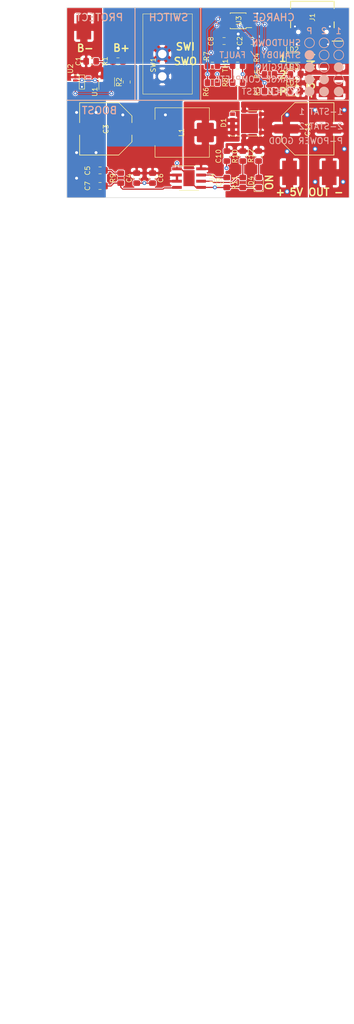
<source format=kicad_pcb>
(kicad_pcb (version 20171130) (host pcbnew "(5.1.5)-3")
  (layers (0 Top signal) (31 Bottom signal) (34 B.Paste user) (35 F.Paste user) (36 B.SilkS user) (37 F.SilkS user) (38 B.Mask user) (39 F.Mask user) (44 Edge.Cuts user))
  (net 0 "")
  (net 1 /BATT-)
  (net 2 /BATT+)
  (net 3 /VUSB)
  (net 4 /PROG)
  (net 5 GND)
  (net 6 /PG)
  (net 7 /ST2)
  (net 8 /ST1)
  (net 9 /BOOSTVIN)
  (net 10 /COMP)
  (net 11 /SS)
  (net 12 /SW)
  (net 13 /FB)
  (net 14 /BOOSTVOUT)
  (net 15 /THRM)
  (net 16 /THRMIC)
  (net 17 "Net-(C5-Pad1)")
  (net 18 "Net-(U1-Pad1)")
  (net 19 "Net-(U1-Pad3)")
  (net 20 /PVDD)
  (net 21 /PVM)
  (net 22 "Net-(LD1-Pad1)")
  (net 23 "Net-(LD2-Pad1)")
  (net 24 "Net-(LD3-Pad1)")
  (net 25 "Net-(LD4-Pad2)")
  (module "Li-ion 5A Boost 1A Charge Protect:NTS12120EMFST1G" (layer Top) (at 151.5 75.75 90)
    (fp_text reference D1 (at 0.127 -3.302 90) (layer F.SilkS))
    (fp_text value NTS12120EMFST1G)
    (pad 5A smd rect (at -2.5275 0.8775 90) (size 0.495 0.905) (layers Top F.Paste F.Mask) (net 14 /BOOSTVOUT))
    (pad 5D smd rect (at 2.5275 0.8775 90) (size 0.495 0.905) (layers Top F.Paste F.Mask) (net 14 /BOOSTVOUT))
    (pad 5B smd rect (at -1.905 4.2925 90) (size 0.75 0.475) (layers Top F.Paste F.Mask) (net 14 /BOOSTVOUT))
    (pad 5C smd rect (at 1.905 4.2925 90) (size 0.75 0.475) (layers Top F.Paste F.Mask) (net 14 /BOOSTVOUT))
    (pad 5 smd rect (at 0 2.0275 90) (size 4 3.5) (layers Top F.Paste F.Mask))
    (pad 4 smd rect (at 1.905 -1.465 90) (size 0.75 1) (layers Top F.Paste F.Mask))
    (pad 3 smd rect (at 0.635 -1.465 90) (size 0.75 1) (layers Top F.Paste F.Mask) (net 12 /SW))
    (pad 2 smd rect (at -0.635 -1.465 90) (size 0.75 1) (layers Top F.Paste F.Mask) (net 12 /SW))
    (pad 1 smd rect (at -1.905 -1.465 90) (size 0.75 1) (layers Top F.Paste F.Mask) (net 12 /SW))
  )
  (module "Li-ion 5A Boost 1A Charge Protect:L_MGV1004" (layer Top) (at 139.7 77.6228)
    (fp_text reference L1 (at -0.15 0.0022 90) (layer F.SilkS))
    (fp_text value 6.8uH)
    (pad 2 smd roundrect (at 4.75 0) (size 3.5 4) (layers Top F.Paste F.Mask) (roundrect_rratio 0.078) (net 12 /SW))
    (pad 1 smd roundrect (at -4.75 0) (size 3.5 4) (layers Top F.Paste F.Mask) (roundrect_rratio 0.078) (net 9 /BOOSTVIN))
  )
  (module "Li-ion 5A Boost 1A Charge Protect:UCD1E471MNL1GS" (layer Top) (at 124 76.8731 180)
    (fp_text reference C3 (at -0.025 -0.0519 90) (layer F.SilkS))
    (fp_text value 470uF)
    (pad 2 smd rect (at 4.4 0 180) (size 4.9 1.9) (layers Top F.Paste F.Mask) (net 5 GND))
    (pad 1 smd rect (at -4.4 0 180) (size 4.9 1.9) (layers Top F.Paste F.Mask) (net 9 /BOOSTVIN))
  )
  (module "Li-ion 5A Boost 1A Charge Protect:UCD1E471MNL1GS" (layer Top) (at 165.5 76.8731)
    (fp_text reference C11 (at -0.025 0.0519 90) (layer F.SilkS))
    (fp_text value 470uF hide)
    (pad 2 smd rect (at 4.4 0) (size 4.9 1.9) (layers Top F.Paste F.Mask) (net 5 GND))
    (pad 1 smd rect (at -4.4 0) (size 4.9 1.9) (layers Top F.Paste F.Mask) (net 14 /BOOSTVOUT))
  )
  (module "Li-ion 5A Boost 1A Charge Protect:GCT_USB4110-GF-A" (layer Top) (at 166.44 56.97 180)
    (fp_text reference J1 (at 0 3 90) (layer F.SilkS))
    (fp_text value USB_C_FEMALE)
    (pad None np_thru_hole circle (at 2.89 0 180) (size 0.65 0.65) (drill 0.65) (layers *.Cu *.Mask))
    (pad None np_thru_hole circle (at -2.89 0 180) (size 0.65 0.65) (drill 0.65) (layers *.Cu *.Mask))
    (pad S4 smd rect (at 5.11 3.43 180) (size 2.18 2) (layers Top F.Paste F.Mask))
    (pad S3 smd rect (at -5.11 3.43 180) (size 2.18 2) (layers Top F.Paste F.Mask))
    (pad S2 smd rect (at 5.11 -0.5 180) (size 2.18 2) (layers Top F.Paste F.Mask))
    (pad S1 smd rect (at -5.11 -0.5 180) (size 2.18 2) (layers Top F.Paste F.Mask))
    (pad A7 smd rect (at 0.25 -1.075 180) (size 0.3 1.15) (layers Top F.Paste F.Mask))
    (pad A6 smd rect (at -0.25 -1.075 180) (size 0.3 1.15) (layers Top F.Paste F.Mask))
    (pad B6 smd rect (at 0.75 -1.075 180) (size 0.3 1.15) (layers Top F.Paste F.Mask))
    (pad B7 smd rect (at -0.75 -1.075 180) (size 0.3 1.15) (layers Top F.Paste F.Mask))
    (pad A8 smd rect (at 1.25 -1.075 180) (size 0.3 1.15) (layers Top F.Paste F.Mask))
    (pad A5 smd rect (at -1.25 -1.075 180) (size 0.3 1.15) (layers Top F.Paste F.Mask))
    (pad B5 smd rect (at 1.75 -1.075 180) (size 0.3 1.15) (layers Top F.Paste F.Mask))
    (pad B8 smd rect (at -1.75 -1.075 180) (size 0.3 1.15) (layers Top F.Paste F.Mask))
    (pad B1/A12 smd rect (at 3.2 -1.075 180) (size 0.6 1.15) (layers Top F.Paste F.Mask) (net 5 GND))
    (pad B4/A9 smd rect (at 2.4 -1.075 180) (size 0.6 1.15) (layers Top F.Paste F.Mask) (net 3 /VUSB))
    (pad A4/B9 smd rect (at -2.4 -1.075 180) (size 0.6 1.15) (layers Top F.Paste F.Mask) (net 3 /VUSB))
    (pad A1/B12 smd rect (at -3.2 -1.075 180) (size 0.6 1.15) (layers Top F.Paste F.Mask) (net 5 GND))
  )
  (module "Li-ion 5A Boost 1A Charge Protect:MCP73833" (layer Top) (at 151.19 54.69 180)
    (fp_text reference U3 (at -0.134 0.038 90) (layer F.SilkS))
    (fp_text value MCP73833T)
    (pad 10 smd rect (at 2.0447 -1.000001 180) (size 1.524 0.2794) (layers Top F.Paste F.Mask) (net 2 /BATT+))
    (pad 9 smd rect (at 2.0447 -0.499999 180) (size 1.524 0.2794) (layers Top F.Paste F.Mask) (net 2 /BATT+))
    (pad 8 smd rect (at 2.0447 0 180) (size 1.524 0.2794) (layers Top F.Paste F.Mask) (net 16 /THRMIC))
    (pad 7 smd rect (at 2.0447 0.499999 180) (size 1.524 0.2794) (layers Top F.Paste F.Mask) (net 6 /PG))
    (pad 6 smd rect (at 2.0447 1.000001 180) (size 1.524 0.2794) (layers Top F.Paste F.Mask) (net 4 /PROG))
    (pad 5 smd rect (at -2.0447 1.000001 180) (size 1.524 0.2794) (layers Top F.Paste F.Mask) (net 5 GND))
    (pad 4 smd rect (at -2.0447 0.499999 180) (size 1.524 0.2794) (layers Top F.Paste F.Mask) (net 7 /ST2))
    (pad 3 smd rect (at -2.0447 0 180) (size 1.524 0.2794) (layers Top F.Paste F.Mask) (net 8 /ST1))
    (pad 2 smd rect (at -2.0447 -0.499999 180) (size 1.524 0.2794) (layers Top F.Paste F.Mask) (net 3 /VUSB))
    (pad 1 smd rect (at -2.0447 -1.000001 180) (size 1.524 0.2794) (layers Top F.Paste F.Mask) (net 3 /VUSB))
  )
  (module "Li-ion 5A Boost 1A Charge Protect:SOT-23-6" (layer Top) (at 124.2 67.25 90)
    (fp_text reference U1 (at -2 -2.45 90) (layer F.SilkS))
    (fp_text value AP9101CK6)
    (pad 1 smd rect (at -1.1 -0.95 90) (size 1.06 0.65) (layers Top F.Paste F.Mask) (net 18 "Net-(U1-Pad1)"))
    (pad 2 smd rect (at -1.1 0 90) (size 1.06 0.65) (layers Top F.Paste F.Mask) (net 21 /PVM))
    (pad 3 smd rect (at -1.1 0.95 90) (size 1.06 0.65) (layers Top F.Paste F.Mask) (net 19 "Net-(U1-Pad3)"))
    (pad 4 smd rect (at 1.1 0.95 90) (size 1.06 0.65) (layers Top F.Paste F.Mask))
    (pad 6 smd rect (at 1.1 -0.95 90) (size 1.06 0.65) (layers Top F.Paste F.Mask) (net 1 /BATT-))
    (pad 5 smd rect (at 1.1 0 90) (size 1.06 0.65) (layers Top F.Paste F.Mask) (net 20 /PVDD))
  )
  (module "Li-ion 5A Boost 1A Charge Protect:PAM2423AECADJR" (layer Top) (at 141.1 86.984)
    (fp_text reference U4 (at 4.775 -0.009 90) (layer F.SilkS))
    (fp_text value PAM2423AECADJR)
    (pad 9 smd rect (at 0 0) (size 2.28 3.3) (layers Top F.Paste F.Mask) (net 5 GND))
    (pad 8 smd rect (at 2.475 -1.905) (size 1.97 0.6) (layers Top F.Paste F.Mask) (net 12 /SW))
    (pad 7 smd rect (at 2.475 -0.635) (size 1.97 0.6) (layers Top F.Paste F.Mask) (net 11 /SS))
    (pad 6 smd rect (at 2.475 0.635) (size 1.97 0.6) (layers Top F.Paste F.Mask) (net 13 /FB))
    (pad 5 smd rect (at 2.475 1.905) (size 1.97 0.6) (layers Top F.Paste F.Mask) (net 5 GND))
    (pad 4 smd rect (at -2.475 1.905) (size 1.97 0.6) (layers Top F.Paste F.Mask) (net 10 /COMP))
    (pad 3 smd rect (at -2.475 0.635) (size 1.97 0.6) (layers Top F.Paste F.Mask) (net 9 /BOOSTVIN))
    (pad 2 smd rect (at -2.475 -0.635) (size 1.97 0.6) (layers Top F.Paste F.Mask) (net 9 /BOOSTVIN))
    (pad 1 smd rect (at -2.475 -1.905) (size 1.97 0.6) (layers Top F.Paste F.Mask) (net 5 GND))
  )
  (module "Li-ion 5A Boost 1A Charge Protect:0805_2012Metric_HandSolder" (layer Top) (at 126.5 63)
    (fp_text reference R1 (at -2.64 -0.02 90) (layer F.SilkS))
    (fp_text value 330)
    (pad 1 smd roundrect (at -1.025 0) (size 1.15 1.4) (layers Top F.Paste F.Mask) (roundrect_rratio 0.217391) (net 20 /PVDD))
    (pad 2 smd roundrect (at 1.025 0) (size 1.15 1.4) (layers Top F.Paste F.Mask) (roundrect_rratio 0.217391) (net 2 /BATT+))
  )
  (module "Li-ion 5A Boost 1A Charge Protect:SOT65P280X95-8N" (layer Top) (at 119.1 67.25)
    (fp_text reference U2 (at -2.35 -2.75 270) (layer F.SilkS))
    (fp_text value ECH8695R-TL-W)
    (pad 8 smd rect (at 1.35 -0.975 90) (size 0.45 0.9) (layers Top F.Paste F.Mask))
    (pad 7 smd rect (at 1.35 -0.325 90) (size 0.45 0.9) (layers Top F.Paste F.Mask))
    (pad 6 smd rect (at 1.35 0.325 90) (size 0.45 0.9) (layers Top F.Paste F.Mask))
    (pad 5 smd rect (at 1.35 0.975 90) (size 0.45 0.9) (layers Top F.Paste F.Mask))
    (pad 4 smd rect (at -1.35 0.975 90) (size 0.45 0.9) (layers Top F.Paste F.Mask) (net 19 "Net-(U1-Pad3)"))
    (pad 3 smd rect (at -1.35 0.325 90) (size 0.45 0.9) (layers Top F.Paste F.Mask) (net 5 GND))
    (pad 2 smd rect (at -1.35 -0.325 90) (size 0.45 0.9) (layers Top F.Paste F.Mask) (net 18 "Net-(U1-Pad1)"))
    (pad 1 smd rect (at -1.35 -0.975 90) (size 0.45 0.9) (layers Top F.Paste F.Mask) (net 1 /BATT-))
  )
  (module "Li-ion 5A Boost 1A Charge Protect:Pad_3.0-5.0" (layer Top) (at 140.35 55.9)
    (fp_text reference W5)
    (fp_text value 2.5x5.0)
    (pad 1 smd rect (at 0 0) (size 3 5) (layers Top F.Paste F.Mask) (net 2 /BATT+))
  )
  (module "Li-ion 5A Boost 1A Charge Protect:Pad_3.0-5.0" (layer Top) (at 169.9 85.905 180)
    (fp_text reference W8 hide)
    (fp_text value 2.5x5.0)
    (pad 1 smd rect (at 0 0 180) (size 3 5) (layers Top F.Paste F.Mask) (net 5 GND))
  )
  (module "Li-ion 5A Boost 1A Charge Protect:Pad_3.0-5.0" (layer Top) (at 161.75 85.905 180)
    (fp_text reference W7 hide)
    (fp_text value 2.5x5.0)
    (pad 1 smd rect (at 0 0 180) (size 3 5) (layers Top F.Paste F.Mask) (net 14 /BOOSTVOUT))
  )
  (module "Li-ion 5A Boost 1A Charge Protect:Pad_3.0-5.0" (layer Top) (at 119.5 56 180)
    (fp_text reference W6)
    (fp_text value 2.5x5.0)
    (pad 1 smd rect (at 0 0 180) (size 3 5) (layers Top F.Paste F.Mask) (net 1 /BATT-))
  )
  (module "Li-ion 5A Boost 1A Charge Protect:Pad_3.0-5.0" (layer Top) (at 140.35 67.1 180)
    (fp_text reference W4)
    (fp_text value 2.5x5.0)
    (pad 1 smd rect (at 0 0 180) (size 3 5) (layers Top F.Paste F.Mask) (net 9 /BOOSTVIN))
  )
  (module "Li-ion 5A Boost 1A Charge Protect:Pad_3.0-5.0" (layer Top) (at 127 56)
    (fp_text reference W3)
    (fp_text value 2.5x5.0)
    (pad 1 smd rect (at 0 0) (size 3 5) (layers Top F.Paste F.Mask) (net 2 /BATT+))
  )
  (module "Li-ion 5A Boost 1A Charge Protect:Pad_3.0-5.0" (layer Top) (at 170.25 68.85 270)
    (fp_text reference W2)
    (fp_text value 2.5x5.0)
    (pad 1 smd rect (at 0 0 270) (size 3 5) (layers Top F.Paste F.Mask) (net 5 GND))
  )
  (module "Li-ion 5A Boost 1A Charge Protect:Pad_3.0-5.0" (layer Top) (at 170.2 62.85 90)
    (fp_text reference W1)
    (fp_text value 2.5x5.0)
    (pad 1 smd rect (at 0 0 90) (size 3 5) (layers Top F.Paste F.Mask) (net 3 /VUSB))
  )
  (module "Li-ion 5A Boost 1A Charge Protect:0805_2012Metric_HandSolder" (layer Top) (at 145.91 63.89 180)
    (fp_text reference R7 (at 1.23 1.94 90) (layer F.SilkS))
    (fp_text value 1.54k)
    (pad 2 smd roundrect (at 1.025 0 180) (size 1.15 1.4) (layers Top F.Paste F.Mask) (roundrect_rratio 0.217391) (net 16 /THRMIC))
    (pad 1 smd roundrect (at -1.025 0 180) (size 1.15 1.4) (layers Top F.Paste F.Mask) (roundrect_rratio 0.217391) (net 15 /THRM))
  )
  (module "Li-ion 5A Boost 1A Charge Protect:GF1230054" (layer Top) (at 136.7 61.5 90)
    (fp_text reference SW1 (at -2.25 -2.95 270) (layer F.SilkS))
    (fp_text value SW_SPST)
    (pad 2 thru_hole circle (at 0 -1.09 90) (size 2.75 2.75) (drill 1.75) (layers *.Cu *.Mask) (net 2 /BATT+))
    (pad 1 thru_hole circle (at -4.6 -1.09 90) (size 2.75 2.75) (drill 1.75) (layers *.Cu *.Mask) (net 9 /BOOSTVIN))
  )
  (module "Li-ion 5A Boost 1A Charge Protect:0805_2012Metric_HandSolder" (layer Top) (at 152.14375 87.884 270)
    (fp_text reference R11 (at 0.016 1.64375 90) (layer F.SilkS))
    (fp_text value 10k)
    (pad 2 smd roundrect (at 1.025 0 270) (size 1.15 1.4) (layers Top F.Paste F.Mask) (roundrect_rratio 0.217391) (net 5 GND))
    (pad 1 smd roundrect (at -1.025 0 270) (size 1.15 1.4) (layers Top F.Paste F.Mask) (roundrect_rratio 0.217391) (net 13 /FB))
  )
  (module "Li-ion 5A Boost 1A Charge Protect:0805_2012Metric_HandSolder" (layer Top) (at 151.08 63.88)
    (fp_text reference TH1 (at -2.52 0 90) (layer F.SilkS))
    (fp_text value 10k)
    (pad 1 smd roundrect (at -1.025 0) (size 1.15 1.4) (layers Top F.Paste F.Mask) (roundrect_rratio 0.217391) (net 15 /THRM))
    (pad 2 smd roundrect (at 1.025 0) (size 1.15 1.4) (layers Top F.Paste F.Mask) (roundrect_rratio 0.217391) (net 5 GND))
  )
  (module "Li-ion 5A Boost 1A Charge Protect:0805_2012Metric_HandSolder" (layer Top) (at 155.382 82.459 270)
    (fp_text reference R12 (at -0.059 1.582 90) (layer F.SilkS))
    (fp_text value 1k)
    (pad 2 smd roundrect (at 1.025 0 270) (size 1.15 1.4) (layers Top F.Paste F.Mask) (roundrect_rratio 0.217391) (net 25 "Net-(LD4-Pad2)"))
    (pad 1 smd roundrect (at -1.025 0 270) (size 1.15 1.4) (layers Top F.Paste F.Mask) (roundrect_rratio 0.217391) (net 14 /BOOSTVOUT))
  )
  (module "Li-ion 5A Boost 1A Charge Protect:0805_2012Metric_HandSolder" (layer Top) (at 152.14375 82.459 270)
    (fp_text reference R10 (at 0.041 1.59375 90) (layer F.SilkS))
    (fp_text value 30k)
    (pad 1 smd roundrect (at -1.025 0 270) (size 1.15 1.4) (layers Top F.Paste F.Mask) (roundrect_rratio 0.217391) (net 14 /BOOSTVOUT))
    (pad 2 smd roundrect (at 1.025 0 270) (size 1.15 1.4) (layers Top F.Paste F.Mask) (roundrect_rratio 0.217391) (net 13 /FB))
  )
  (module "Li-ion 5A Boost 1A Charge Protect:0805_2012Metric_HandSolder" (layer Top) (at 127.078 86.984 90)
    (fp_text reference R9 (at -0.016 -1.628 90) (layer F.SilkS))
    (fp_text value 51k)
    (pad 2 smd roundrect (at 1.025 0 90) (size 1.15 1.4) (layers Top F.Paste F.Mask) (roundrect_rratio 0.217391) (net 17 "Net-(C5-Pad1)"))
    (pad 1 smd roundrect (at -1.025 0 90) (size 1.15 1.4) (layers Top F.Paste F.Mask) (roundrect_rratio 0.217391) (net 10 /COMP))
  )
  (module "Li-ion 5A Boost 1A Charge Protect:0805_2012Metric_HandSolder" (layer Top) (at 151.08 67.38)
    (fp_text reference R8 (at -2.53 -0.07 90) (layer F.SilkS))
    (fp_text value 69.8k)
    (pad 1 smd roundrect (at -1.025 0) (size 1.15 1.4) (layers Top F.Paste F.Mask) (roundrect_rratio 0.217391) (net 15 /THRM))
    (pad 2 smd roundrect (at 1.025 0) (size 1.15 1.4) (layers Top F.Paste F.Mask) (roundrect_rratio 0.217391) (net 5 GND))
  )
  (module "Li-ion 5A Boost 1A Charge Protect:0805_2012Metric_HandSolder" (layer Top) (at 145.91 67.39)
    (fp_text reference R6 (at -1.32 1.9 90) (layer F.SilkS))
    (fp_text value 1k)
    (pad 1 smd roundrect (at -1.025 0) (size 1.15 1.4) (layers Top F.Paste F.Mask) (roundrect_rratio 0.217391) (net 4 /PROG))
    (pad 2 smd roundrect (at 1.025 0) (size 1.15 1.4) (layers Top F.Paste F.Mask) (roundrect_rratio 0.217391) (net 5 GND))
  )
  (module "Li-ion 5A Boost 1A Charge Protect:0805_2012Metric_HandSolder" (layer Top) (at 157.64 65.705)
    (fp_text reference R5 (at -2.54 -0.07 90) (layer F.SilkS))
    (fp_text value 1k)
    (pad 1 smd roundrect (at -1.025 0) (size 1.15 1.4) (layers Top F.Paste F.Mask) (roundrect_rratio 0.217391) (net 8 /ST1))
    (pad 2 smd roundrect (at 1.025 0) (size 1.15 1.4) (layers Top F.Paste F.Mask) (roundrect_rratio 0.217391) (net 24 "Net-(LD3-Pad1)"))
  )
  (module "Li-ion 5A Boost 1A Charge Protect:0805_2012Metric_HandSolder" (layer Top) (at 157.64 62.28)
    (fp_text reference R4 (at -2.64 -0.03 90) (layer F.SilkS))
    (fp_text value 1k)
    (pad 1 smd roundrect (at -1.025 0) (size 1.15 1.4) (layers Top F.Paste F.Mask) (roundrect_rratio 0.217391) (net 7 /ST2))
    (pad 2 smd roundrect (at 1.025 0) (size 1.15 1.4) (layers Top F.Paste F.Mask) (roundrect_rratio 0.217391) (net 23 "Net-(LD2-Pad1)"))
  )
  (module "Li-ion 5A Boost 1A Charge Protect:0805_2012Metric_HandSolder" (layer Top) (at 157.64 69.13)
    (fp_text reference R3 (at -2.54 0.02 90) (layer F.SilkS))
    (fp_text value 1k)
    (pad 1 smd roundrect (at -1.025 0) (size 1.15 1.4) (layers Top F.Paste F.Mask) (roundrect_rratio 0.217391) (net 6 /PG))
    (pad 2 smd roundrect (at 1.025 0) (size 1.15 1.4) (layers Top F.Paste F.Mask) (roundrect_rratio 0.217391) (net 22 "Net-(LD1-Pad1)"))
  )
  (module "Li-ion 5A Boost 1A Charge Protect:0805_2012Metric_HandSolder" (layer Top) (at 128.3 67.25 270)
    (fp_text reference R2 (at 0.03 1.56 90) (layer F.SilkS))
    (fp_text value 2.7k)
    (pad 1 smd roundrect (at -1.025 0 270) (size 1.15 1.4) (layers Top F.Paste F.Mask) (roundrect_rratio 0.217391) (net 21 /PVM))
    (pad 2 smd roundrect (at 1.025 0 270) (size 1.15 1.4) (layers Top F.Paste F.Mask) (roundrect_rratio 0.217391) (net 5 GND))
  )
  (module "Li-ion 5A Boost 1A Charge Protect:0805_2012Metric_HandSolder" (layer Top) (at 148.8605 82.459 270)
    (fp_text reference C10 (at 0.041 1.7105 90) (layer F.SilkS))
    (fp_text value 10uF)
    (pad 1 smd roundrect (at -1.025 0 270) (size 1.15 1.4) (layers Top F.Paste F.Mask) (roundrect_rratio 0.217391) (net 14 /BOOSTVOUT))
    (pad 2 smd roundrect (at 1.025 0 270) (size 1.15 1.4) (layers Top F.Paste F.Mask) (roundrect_rratio 0.217391) (net 5 GND))
  )
  (module "Li-ion 5A Boost 1A Charge Protect:0805_2012Metric_HandSolder" (layer Top) (at 148.8605 87.884 270)
    (fp_text reference C9 (at -0.084 1.6105 90) (layer F.SilkS))
    (fp_text value 10nF)
    (pad 2 smd roundrect (at 1.025 0 270) (size 1.15 1.4) (layers Top F.Paste F.Mask) (roundrect_rratio 0.217391) (net 5 GND))
    (pad 1 smd roundrect (at -1.025 0 270) (size 1.15 1.4) (layers Top F.Paste F.Mask) (roundrect_rratio 0.217391) (net 11 /SS))
  )
  (module "Li-ion 5A Boost 1A Charge Protect:0805_2012Metric_HandSolder" (layer Top) (at 148.3 58.84)
    (fp_text reference C8 (at -2.7 0.06 270) (layer F.SilkS))
    (fp_text value 22uF)
    (pad 1 smd roundrect (at -1.025 0) (size 1.15 1.4) (layers Top F.Paste F.Mask) (roundrect_rratio 0.217391) (net 2 /BATT+))
    (pad 2 smd roundrect (at 1.025 0) (size 1.15 1.4) (layers Top F.Paste F.Mask) (roundrect_rratio 0.217391) (net 5 GND))
  )
  (module "Li-ion 5A Boost 1A Charge Protect:0805_2012Metric_HandSolder" (layer Top) (at 122.822 88.6 180)
    (fp_text reference C7 (at 2.572 0 90) (layer F.SilkS))
    (fp_text value 47pF)
    (pad 2 smd roundrect (at 1.025 0 180) (size 1.15 1.4) (layers Top F.Paste F.Mask) (roundrect_rratio 0.217391) (net 5 GND))
    (pad 1 smd roundrect (at -1.025 0 180) (size 1.15 1.4) (layers Top F.Paste F.Mask) (roundrect_rratio 0.217391) (net 10 /COMP))
  )
  (module "Li-ion 5A Boost 1A Charge Protect:0805_2012Metric_HandSolder" (layer Top) (at 133.612 86.984 270)
    (fp_text reference C6 (at 0 -1.65 90) (layer F.SilkS))
    (fp_text value 1uF)
    (pad 2 smd roundrect (at 1.025 0 270) (size 1.15 1.4) (layers Top F.Paste F.Mask) (roundrect_rratio 0.217391) (net 5 GND))
    (pad 1 smd roundrect (at -1.025 0 270) (size 1.15 1.4) (layers Top F.Paste F.Mask) (roundrect_rratio 0.217391) (net 9 /BOOSTVIN))
  )
  (module "Li-ion 5A Boost 1A Charge Protect:0805_2012Metric_HandSolder" (layer Top) (at 122.822 85.4 180)
    (fp_text reference C5 (at 2.572 -0.05 90) (layer F.SilkS))
    (fp_text value 2.2nF)
    (pad 2 smd roundrect (at 1.025 0 180) (size 1.15 1.4) (layers Top F.Paste F.Mask) (roundrect_rratio 0.217391) (net 5 GND))
    (pad 1 smd roundrect (at -1.025 0 180) (size 1.15 1.4) (layers Top F.Paste F.Mask) (roundrect_rratio 0.217391) (net 17 "Net-(C5-Pad1)"))
  )
  (module "Li-ion 5A Boost 1A Charge Protect:0805_2012Metric_HandSolder" (layer Top) (at 130.345 86.984 270)
    (fp_text reference C4 (at 0 1.545 90) (layer F.SilkS))
    (fp_text value 10uF)
    (pad 2 smd roundrect (at 1.025 0 270) (size 1.15 1.4) (layers Top F.Paste F.Mask) (roundrect_rratio 0.217391) (net 5 GND))
    (pad 1 smd roundrect (at -1.025 0 270) (size 1.15 1.4) (layers Top F.Paste F.Mask) (roundrect_rratio 0.217391) (net 9 /BOOSTVIN))
  )
  (module "Li-ion 5A Boost 1A Charge Protect:0805_2012Metric_HandSolder" (layer Top) (at 154.09 58.84 180)
    (fp_text reference C2 (at 2.56 -0.01 90) (layer F.SilkS))
    (fp_text value 22uF)
    (pad 1 smd roundrect (at -1.025 0 180) (size 1.15 1.4) (layers Top F.Paste F.Mask) (roundrect_rratio 0.217391) (net 3 /VUSB))
    (pad 2 smd roundrect (at 1.025 0 180) (size 1.15 1.4) (layers Top F.Paste F.Mask) (roundrect_rratio 0.217391) (net 5 GND))
  )
  (module "Li-ion 5A Boost 1A Charge Protect:0805_2012Metric_HandSolder" (layer Top) (at 121 63 180)
    (fp_text reference C1 (at 2.63 0.04 90) (layer F.SilkS))
    (fp_text value 100nF)
    (pad 1 smd roundrect (at -1.025 0 180) (size 1.15 1.4) (layers Top F.Paste F.Mask) (roundrect_rratio 0.217391) (net 20 /PVDD))
    (pad 2 smd roundrect (at 1.025 0 180) (size 1.15 1.4) (layers Top F.Paste F.Mask) (roundrect_rratio 0.217391) (net 1 /BATT-))
  )
  (module "Li-ion 5A Boost 1A Charge Protect:LED_0805_2012Metric_HandSolder" (layer Top) (at 155.427 87.884 90)
    (fp_text reference LD4 (at -0.016 -1.577 270) (layer F.SilkS))
    (fp_text value RED)
    (pad 2 smd roundrect (at 1.025 0 90) (size 1.15 1.4) (layers Top F.Paste F.Mask) (roundrect_rratio 0.217391) (net 25 "Net-(LD4-Pad2)"))
    (pad 1 smd roundrect (at -1.025 0 90) (size 1.15 1.4) (layers Top F.Paste F.Mask) (roundrect_rratio 0.217391) (net 5 GND))
  )
  (module "Li-ion 5A Boost 1A Charge Protect:LED_0805_2012Metric_HandSolder" (layer Top) (at 162.94 65.705)
    (fp_text reference LD3 (at -0.64 -1.665 180) (layer F.SilkS))
    (fp_text value RED)
    (pad 2 smd roundrect (at 1.025 0) (size 1.15 1.4) (layers Top F.Paste F.Mask) (roundrect_rratio 0.217391) (net 3 /VUSB))
    (pad 1 smd roundrect (at -1.025 0) (size 1.15 1.4) (layers Top F.Paste F.Mask) (roundrect_rratio 0.217391) (net 24 "Net-(LD3-Pad1)"))
  )
  (module "Li-ion 5A Boost 1A Charge Protect:LED_0805_2012Metric_HandSolder" (layer Top) (at 162.94 62.25)
    (fp_text reference LD2 (at -0.64 -1.67 180) (layer F.SilkS))
    (fp_text value GREEN)
    (pad 2 smd roundrect (at 1.025 0) (size 1.15 1.4) (layers Top F.Paste F.Mask) (roundrect_rratio 0.217391) (net 3 /VUSB))
    (pad 1 smd roundrect (at -1.025 0) (size 1.15 1.4) (layers Top F.Paste F.Mask) (roundrect_rratio 0.217391) (net 23 "Net-(LD2-Pad1)"))
  )
  (module "Li-ion 5A Boost 1A Charge Protect:LED_0805_2012Metric_HandSolder" (layer Top) (at 162.94 69.13)
    (fp_text reference LD1 (at -0.64 -1.67 180) (layer F.SilkS))
    (fp_text value GREEN)
    (pad 2 smd roundrect (at 1.025 0) (size 1.15 1.4) (layers Top F.Paste F.Mask) (roundrect_rratio 0.217391) (net 3 /VUSB))
    (pad 1 smd roundrect (at -1.025 0) (size 1.15 1.4) (layers Top F.Paste F.Mask) (roundrect_rratio 0.217391) (net 22 "Net-(LD1-Pad1)"))
  )
  (gr_text SWI (at 140.35 60) (layer F.SilkS) (effects (font (size 1.5 1.5) (thickness 0.3))))
  (gr_text SWO (at 140.35 63) (layer F.SilkS) (effects (font (size 1.5 1.5) (thickness 0.3))))
  (gr_text "1-STAT 1" (at 172.850001 73.3425) (layer B.SilkS) (effects (font (size 1.25 1.25) (thickness 0.2)) (justify left mirror)))
  (gr_text "2-STAT 2" (at 172.850001 76.3425) (layer B.SilkS) (effects (font (size 1.25 1.25) (thickness 0.2)) (justify left mirror)))
  (gr_text "P-POWER GOOD" (at 172.850001 79.3425) (layer B.SilkS) (effects (font (size 1.25 1.25) (thickness 0.2)) (justify left mirror)))
  (gr_text CHARGE (at 162.97 53.99) (layer B.SilkS) (effects (font (size 1.5 1.5) (thickness 0.25)) (justify left mirror)))
  (gr_text SWITCH (at 141.09 53.99) (layer B.SilkS) (effects (font (size 1.5 1.5) (thickness 0.25)) (justify left mirror)))
  (gr_text PROTECT (at 127.73 53.99) (layer B.SilkS) (effects (font (size 1.5 1.5) (thickness 0.25)) (justify left mirror)))
  (gr_text BOOST (at 126.48 73.09) (layer B.SilkS) (effects (font (size 1.5 1.5) (thickness 0.25)) (justify left mirror)))
  (gr_line (start 130 71) (end 130 52) (layer B.SilkS) (width 0.2))
  (gr_line (start 143.5 71) (end 143.5 52) (layer B.SilkS) (width 0.2))
  (gr_line (start 174 71) (end 116 71) (layer B.SilkS) (width 0.2))
  (gr_line (start 130 71) (end 130 52) (layer F.SilkS) (width 0.2))
  (gr_line (start 143.5 71) (end 143.5 52) (layer F.SilkS) (width 0.2))
  (gr_line (start 116 71) (end 174 71) (layer F.SilkS) (width 0.2))
  (gr_text + (at 165.191429 61.52) (layer F.SilkS) (effects (font (size 1.5 1.5) (thickness 0.3)) (justify left)))
  (gr_text - (at 166.15 70.9 90) (layer F.SilkS) (effects (font (size 1.5 1.5) (thickness 0.3)) (justify left)))
  (gr_text "5V IN" (at 166.15 68.952143 90) (layer F.SilkS) (effects (font (size 1.5 1.5) (thickness 0.3)) (justify left)))
  (gr_text B- (at 119.77 60.3) (layer F.SilkS) (effects (font (size 1.5 1.5) (thickness 0.3))))
  (gr_text - (at 170.73 89.87) (layer F.SilkS) (effects (font (size 1.5 1.5) (thickness 0.3)) (justify left)))
  (gr_text + (at 158.73 89.87) (layer F.SilkS) (effects (font (size 1.5 1.5) (thickness 0.3)) (justify left)))
  (gr_line (start 174 52) (end 174 91) (layer Edge.Cuts) (width 0.1))
  (gr_line (start 116 52) (end 174 52) (layer Edge.Cuts) (width 0.1))
  (gr_line (start 116 91) (end 116 52) (layer Edge.Cuts) (width 0.1))
  (gr_line (start 174 91) (end 116 91) (layer Edge.Cuts) (width 0.1))
  (gr_text ON (at 157.6 89.6 90) (layer F.SilkS) (effects (font (size 1.5 1.5) (thickness 0.3)) (justify left)))
  (gr_text "5V OUT" (at 161.587143 89.87) (layer F.SilkS) (effects (font (size 1.5 1.5) (thickness 0.3)) (justify left)))
  (gr_text P (at 160.36 69.24) (layer F.SilkS) (effects (font (size 1.5 1.5) (thickness 0.3))))
  (gr_text 2 (at 160.36 65.77) (layer F.SilkS) (effects (font (size 1.5 1.5) (thickness 0.3))))
  (gr_text 1 (at 160.36 62.36) (layer F.SilkS) (effects (font (size 1.5 1.5) (thickness 0.3))))
  (gr_text B+ (at 127.22 60.25) (layer F.SilkS) (effects (font (size 1.5 1.5) (thickness 0.3))))
  (gr_circle (center 165.85 59.21) (end 166.85 59.21) (layer B.SilkS) (width 0.15))
  (gr_text SHUTDOWN (at 164.19619 59.21) (layer B.SilkS) (effects (font (size 1.25 1.25) (thickness 0.2)) (justify left mirror)))
  (gr_circle (center 168.85 59.21) (end 169.85 59.21) (layer B.SilkS) (width 0.15))
  (gr_circle (center 171.85 59.21) (end 172.85 59.21) (layer B.SilkS) (width 0.15))
  (gr_circle (center 165.85 64.21) (end 166.35 64.21) (layer B.SilkS) (width 1))
  (gr_circle (center 168.85 61.71) (end 169.85 61.71) (layer B.SilkS) (width 0.15))
  (gr_text "STANDBY / FAULT" (at 164.19619 61.71) (layer B.SilkS) (effects (font (size 1.25 1.25) (thickness 0.2)) (justify left mirror)))
  (gr_circle (center 165.85 61.71) (end 166.35 61.71) (layer B.SilkS) (width 1))
  (gr_circle (center 171.85 61.71) (end 172.85 61.71) (layer B.SilkS) (width 0.15))
  (gr_text CHARGING (at 164.19619 64.21) (layer B.SilkS) (effects (font (size 1.25 1.25) (thickness 0.2)) (justify left mirror)))
  (gr_circle (center 171.85 64.21) (end 172.35 64.21) (layer B.SilkS) (width 1))
  (gr_circle (center 168.85 64.21) (end 169.85 64.21) (layer B.SilkS) (width 0.15))
  (gr_text "CHARGE COMPLETE" (at 164.19619 66.71) (layer B.SilkS) (effects (font (size 1.25 1.25) (thickness 0.2)) (justify left mirror)))
  (gr_circle (center 171.85 66.71) (end 172.85 66.71) (layer B.SilkS) (width 0.15))
  (gr_circle (center 168.85 66.71) (end 169.35 66.71) (layer B.SilkS) (width 1))
  (gr_circle (center 165.85 66.71) (end 166.35 66.71) (layer B.SilkS) (width 1))
  (gr_text P (at 166.575 56.78) (layer B.SilkS) (effects (font (size 1.25 1.25) (thickness 0.2)) (justify left mirror)))
  (gr_text 2 (at 169.545238 56.78) (layer B.SilkS) (effects (font (size 1.25 1.25) (thickness 0.2)) (justify left mirror)))
  (gr_text 1 (at 172.545238 56.78) (layer B.SilkS) (effects (font (size 1.25 1.25) (thickness 0.2)) (justify left mirror)))
  (gr_text "SYSTEM TEST" (at 164.19619 69.21) (layer B.SilkS) (effects (font (size 1.25 1.25) (thickness 0.2)) (justify left mirror)))
  (gr_circle (center 171.85 69.21) (end 172.35 69.21) (layer B.SilkS) (width 1))
  (gr_circle (center 168.85 69.21) (end 169.35 69.21) (layer B.SilkS) (width 1))
  (gr_circle (center 165.85 69.21) (end 166.35 69.21) (layer B.SilkS) (width 1))
  (gr_text "" (at 102.271099 176.688771) (layer Edge.Cuts) (effects (font (size 3.6195 3.6195) (thickness 0.3048)) (justify left bottom)))
  (gr_text "" (at 102.271099 260.508771) (layer Edge.Cuts) (effects (font (size 3.6195 3.6195) (thickness 0.3048)) (justify left bottom)))
  (segment (start 149.1453 55.92) (end 149.14 55.539999) (width 1) (layer Top) (net 2))
  (segment (start 153.2347 55.950001) (end 153.2347 55.56) (width 1) (layer Top) (net 3))
  (via (at 144.89 65.64) (size 0.8) (drill 0.4) (layers Top Bottom) (net 4))
  (segment (start 144.89 65.64) (end 144.89 66.205685) (width 0.25) (layer Top) (net 4))
  (segment (start 144.89 66.205685) (end 144.89 67.38) (width 0.25) (layer Top) (net 4))
  (via (at 147.075998 54.355998) (size 0.8) (drill 0.4) (layers Top Bottom) (net 4))
  (segment (start 144.89 65.64) (end 144.89 56.541996) (width 0.25) (layer Bottom) (net 4))
  (segment (start 147.741997 53.689999) (end 147.075998 54.355998) (width 0.25) (layer Top) (net 4))
  (segment (start 144.89 56.541996) (end 147.075998 54.355998) (width 0.25) (layer Bottom) (net 4))
  (segment (start 149.1453 53.689999) (end 147.741997 53.689999) (width 0.25) (layer Top) (net 4))
  (via (at 163.24 59.51) (size 0.8) (drill 0.4) (layers Top Bottom) (net 5))
  (segment (start 163.24 58.045) (end 163.24 59.51) (width 0.5) (layer Top) (net 5))
  (via (at 169.64 59.51) (size 0.8) (drill 0.4) (layers Top Bottom) (net 5))
  (segment (start 169.64 58.045) (end 169.64 59.51) (width 0.5) (layer Top) (net 5))
  (segment (start 170.057401 55.897401) (end 170.02 55.86) (width 0.5) (layer Top) (net 5))
  (via (at 170.02 55.86) (size 0.8) (drill 0.4) (layers Top Bottom) (net 5))
  (segment (start 169.64 58.045) (end 170.057401 57.627599) (width 0.5) (layer Top) (net 5))
  (segment (start 170.057401 57.627599) (end 170.057401 55.897401) (width 0.5) (layer Top) (net 5))
  (via (at 162.86 55.85) (size 0.8) (drill 0.4) (layers Top Bottom) (net 5))
  (segment (start 162.822599 55.887401) (end 162.86 55.85) (width 0.5) (layer Top) (net 5))
  (segment (start 163.24 58.045) (end 162.822599 57.627599) (width 0.5) (layer Top) (net 5))
  (segment (start 162.822599 57.627599) (end 162.822599 55.887401) (width 0.5) (layer Top) (net 5))
  (via (at 131.925 88) (size 0.8) (drill 0.4) (layers Top Bottom) (net 5))
  (segment (start 130.345 88.009) (end 131.916 88.009) (width 0.25) (layer Top) (net 5))
  (segment (start 131.916 88.009) (end 131.925 88) (width 0.5) (layer Top) (net 5))
  (segment (start 131.934 88.009) (end 131.925 88) (width 0.5) (layer Top) (net 5))
  (segment (start 133.612 88.009) (end 131.934 88.009) (width 0.25) (layer Top) (net 5))
  (via (at 138.625 83.9) (size 0.8) (drill 0.4) (layers Top Bottom) (net 5))
  (segment (start 138.625 85.079) (end 138.625 83.9) (width 0.25) (layer Top) (net 5))
  (via (at 148.8 84.95) (size 0.8) (drill 0.4) (layers Top Bottom) (net 5))
  (segment (start 148.8155 83.484) (end 148.8155 84.9345) (width 0.25) (layer Top) (net 5))
  (segment (start 148.8155 84.9345) (end 148.8 84.95) (width 0.25) (layer Top) (net 5))
  (via (at 146.411 88.889) (size 0.8) (drill 0.4) (layers Top Bottom) (net 5))
  (segment (start 146.431 88.909) (end 146.411 88.889) (width 0.25) (layer Top) (net 5))
  (segment (start 155.427 88.909) (end 146.431 88.909) (width 0.25) (layer Top) (net 5))
  (segment (start 144.81 88.889) (end 146.411 88.889) (width 0.25) (layer Top) (net 5))
  (segment (start 143.575 88.889) (end 144.81 88.889) (width 0.25) (layer Top) (net 5))
  (segment (start 142.55 88.9) (end 143.071678 88.9) (width 0.25) (layer Top) (net 5))
  (segment (start 141.075 87.425) (end 142.55 88.9) (width 0.25) (layer Top) (net 5))
  (segment (start 138.625 85.079) (end 139.454 85.079) (width 0.25) (layer Top) (net 5))
  (segment (start 141.075 86.7) (end 141.075 87.425) (width 0.25) (layer Top) (net 5))
  (segment (start 139.454 85.079) (end 141.075 86.7) (width 0.25) (layer Top) (net 5))
  (via (at 167 73) (size 1) (drill 0.6) (layers Top Bottom) (net 5))
  (via (at 173 73) (size 1) (drill 0.6) (layers Top Bottom) (net 5))
  (via (at 173 81) (size 1) (drill 0.6) (layers Top Bottom) (net 5))
  (via (at 167 81) (size 1) (drill 0.6) (layers Top Bottom) (net 5))
  (via (at 172.75 87.75) (size 1) (drill 0.6) (layers Top Bottom) (net 5))
  (via (at 167 87.75) (size 1) (drill 0.6) (layers Top Bottom) (net 5))
  (via (at 155.150002 53.18) (size 0.8) (drill 0.4) (layers Top Bottom) (net 5))
  (segment (start 154.640003 53.689999) (end 155.150002 53.18) (width 0.25) (layer Top) (net 5))
  (segment (start 153.2347 53.689999) (end 154.640003 53.689999) (width 0.25) (layer Top) (net 5))
  (segment (start 152.105 63.88) (end 152.105 65.595) (width 0.25) (layer Top) (net 5))
  (via (at 152.11 65.64) (size 0.8) (drill 0.4) (layers Top Bottom) (net 5))
  (segment (start 152.105 65.595) (end 152.11 65.6) (width 0.25) (layer Top) (net 5))
  (segment (start 152.105 65.605) (end 152.11 65.6) (width 0.25) (layer Top) (net 5))
  (segment (start 152.105 67.38) (end 152.105 65.605) (width 0.25) (layer Top) (net 5))
  (via (at 146.9 65.64) (size 0.8) (drill 0.4) (layers Top Bottom) (net 5))
  (segment (start 146.935 67.39) (end 146.935 65.635) (width 0.25) (layer Top) (net 5))
  (segment (start 146.935 65.635) (end 146.9 65.6) (width 0.25) (layer Top) (net 5))
  (via (at 122 73.5) (size 1) (drill 0.6) (layers Top Bottom) (net 5))
  (via (at 118 73.5) (size 1) (drill 0.6) (layers Top Bottom) (net 5))
  (via (at 118 81.75) (size 1) (drill 0.6) (layers Top Bottom) (net 5))
  (via (at 122 81.75) (size 1) (drill 0.6) (layers Top Bottom) (net 5))
  (via (at 118 87) (size 1) (drill 0.6) (layers Top Bottom) (net 5))
  (via (at 151.21 57.400002) (size 1) (drill 0.6) (layers Top Bottom) (net 5))
  (via (at 151.209998 60.31) (size 1) (drill 0.6) (layers Top Bottom) (net 5))
  (segment (start 149.81 60.31) (end 150.502892 60.31) (width 0.5) (layer Top) (net 5))
  (segment (start 150.502892 60.31) (end 151.209998 60.31) (width 0.5) (layer Top) (net 5))
  (segment (start 149.325 58.84) (end 149.325 59.825) (width 0.5) (layer Top) (net 5))
  (segment (start 149.325 59.825) (end 149.81 60.31) (width 0.5) (layer Top) (net 5))
  (segment (start 152.59 60.31) (end 151.209998 60.31) (width 0.5) (layer Top) (net 5))
  (segment (start 153.065 58.84) (end 153.065 59.835) (width 0.5) (layer Top) (net 5))
  (segment (start 153.065 59.835) (end 152.59 60.31) (width 0.5) (layer Top) (net 5))
  (segment (start 152.590002 57.400002) (end 151.21 57.400002) (width 0.5) (layer Top) (net 5))
  (segment (start 153.065 58.84) (end 153.065 57.875) (width 0.5) (layer Top) (net 5))
  (segment (start 153.065 57.875) (end 152.590002 57.400002) (width 0.5) (layer Top) (net 5))
  (segment (start 149.829998 57.400002) (end 151.21 57.400002) (width 0.5) (layer Top) (net 5))
  (segment (start 149.325 58.84) (end 149.325 57.905) (width 0.5) (layer Top) (net 5))
  (segment (start 149.325 57.905) (end 149.829998 57.400002) (width 0.5) (layer Top) (net 5))
  (via (at 119.1 68.25) (size 0.8) (drill 0.4) (layers Top Bottom) (net 5))
  (segment (start 117.75 67.575) (end 118.425 67.575) (width 0.25) (layer Top) (net 5))
  (segment (start 118.425 67.575) (end 119.1 68.25) (width 0.25) (layer Top) (net 5))
  (via (at 151.5 55.67) (size 0.8) (drill 0.4) (layers Top Bottom) (net 6))
  (segment (start 151.5 55.532701) (end 151.5 55.67) (width 0.25) (layer Top) (net 6))
  (segment (start 149.1453 54.190001) (end 150.1573 54.190001) (width 0.25) (layer Top) (net 6))
  (segment (start 150.1573 54.190001) (end 151.5 55.532701) (width 0.25) (layer Top) (net 6))
  (via (at 156.62 67.42) (size 0.8) (drill 0.4) (layers Top Bottom) (net 6))
  (segment (start 156.62 67.42) (end 156.62 67.985685) (width 0.25) (layer Top) (net 6))
  (segment (start 156.62 67.985685) (end 156.62 69.14) (width 0.25) (layer Top) (net 6))
  (segment (start 154.63 65.43) (end 156.62 67.42) (width 0.25) (layer Bottom) (net 6))
  (segment (start 151.5 55.67) (end 154.63 58.8) (width 0.25) (layer Bottom) (net 6))
  (segment (start 154.63 58.8) (end 154.63 65.43) (width 0.25) (layer Bottom) (net 6))
  (via (at 156.649996 55.45) (size 0.8) (drill 0.4) (layers Top Bottom) (net 7))
  (segment (start 155.389997 54.190001) (end 156.249997 55.050001) (width 0.25) (layer Top) (net 7))
  (segment (start 153.2347 54.190001) (end 155.389997 54.190001) (width 0.25) (layer Top) (net 7))
  (segment (start 156.249997 55.050001) (end 156.649996 55.45) (width 0.25) (layer Top) (net 7))
  (via (at 156.65 60.45) (size 0.8) (drill 0.4) (layers Top Bottom) (net 7))
  (segment (start 156.649996 55.45) (end 156.649996 60.449996) (width 0.25) (layer Bottom) (net 7))
  (segment (start 156.649996 60.449996) (end 156.65 60.45) (width 0.25) (layer Bottom) (net 7))
  (segment (start 156.65 60.45) (end 156.65 61.015685) (width 0.25) (layer Top) (net 7))
  (segment (start 156.65 61.015685) (end 156.65 62.4) (width 0.25) (layer Top) (net 7))
  (via (at 155.35 64) (size 0.8) (drill 0.4) (layers Top Bottom) (net 8))
  (segment (start 154.79 54.69) (end 155.35 55.25) (width 0.25) (layer Top) (net 8))
  (via (at 155.35 55.25) (size 0.8) (drill 0.4) (layers Top Bottom) (net 8))
  (segment (start 153.2347 54.69) (end 154.79 54.69) (width 0.25) (layer Top) (net 8))
  (segment (start 155.35 64) (end 155.35 55.25) (width 0.25) (layer Bottom) (net 8))
  (segment (start 155.7 65.8) (end 156.65 65.8) (width 0.25) (layer Top) (net 8))
  (segment (start 155.35 64) (end 155.35 65.45) (width 0.25) (layer Top) (net 8))
  (segment (start 155.35 65.45) (end 155.7 65.8) (width 0.25) (layer Top) (net 8))
  (via (at 127.5 74) (size 1) (drill 0.6) (layers Top Bottom) (net 9))
  (via (at 136.25 74) (size 1) (drill 0.6) (layers Top Bottom) (net 9))
  (segment (start 125.675 88) (end 127 88) (width 0.25) (layer Top) (net 10))
  (segment (start 123.847 88.6) (end 125.075 88.6) (width 0.25) (layer Top) (net 10))
  (segment (start 125.075 88.6) (end 125.675 88) (width 0.25) (layer Top) (net 10))
  (segment (start 136 89) (end 138.75 89) (width 0.25) (layer Top) (net 10))
  (segment (start 127.475 89.25) (end 135.75 89.25) (width 0.25) (layer Top) (net 10))
  (segment (start 135.75 89.25) (end 136 89) (width 0.25) (layer Top) (net 10))
  (segment (start 127.078 88.009) (end 127.078 88.853) (width 0.25) (layer Top) (net 10))
  (segment (start 127.078 88.853) (end 127.475 89.25) (width 0.25) (layer Top) (net 10))
  (segment (start 146.575 86.9) (end 148.825 86.9) (width 0.25) (layer Top) (net 11))
  (segment (start 143.575 86.349) (end 146.024 86.349) (width 0.25) (layer Top) (net 11))
  (segment (start 146.024 86.349) (end 146.575 86.9) (width 0.25) (layer Top) (net 11))
  (segment (start 152.14375 84.059) (end 152.15 84.06525) (width 0.25) (layer Top) (net 13))
  (segment (start 152.14375 83.484) (end 152.14375 84.059) (width 0.25) (layer Top) (net 13))
  (segment (start 152.15 84.06525) (end 152.15 86.95) (width 0.25) (layer Top) (net 13))
  (segment (start 145.875 87.625) (end 143.7 87.625) (width 0.25) (layer Top) (net 13))
  (segment (start 146.125 87.875) (end 145.875 87.625) (width 0.25) (layer Top) (net 13))
  (segment (start 150 87.875) (end 146.125 87.875) (width 0.25) (layer Top) (net 13))
  (segment (start 152.14375 86.859) (end 151.016 86.859) (width 0.25) (layer Top) (net 13))
  (segment (start 151.016 86.859) (end 150 87.875) (width 0.25) (layer Top) (net 13))
  (via (at 161.25 89.75) (size 1) (drill 0.6) (layers Top Bottom) (net 14))
  (via (at 161.25 81.5) (size 1) (drill 0.6) (layers Top Bottom) (net 14))
  (via (at 161.25 74) (size 1) (drill 0.6) (layers Top Bottom) (net 14))
  (segment (start 147.51 63.89) (end 147.52 63.9) (width 0.25) (layer Top) (net 15))
  (segment (start 146.935 63.89) (end 147.51 63.89) (width 0.25) (layer Top) (net 15))
  (segment (start 147.52 63.9) (end 149.8 63.9) (width 0.25) (layer Top) (net 15))
  (segment (start 150.06 63.88) (end 150.06 67.43) (width 0.25) (layer Top) (net 15))
  (via (at 145.629998 61.21) (size 0.8) (drill 0.4) (layers Top Bottom) (net 16))
  (segment (start 145.629998 61.775685) (end 145.629998 61.21) (width 0.25) (layer Top) (net 16))
  (segment (start 145.629998 62.000002) (end 145.629998 61.775685) (width 0.25) (layer Top) (net 16))
  (segment (start 144.9 63.93) (end 144.9 62.73) (width 0.25) (layer Top) (net 16))
  (segment (start 144.9 62.73) (end 145.629998 62.000002) (width 0.25) (layer Top) (net 16))
  (segment (start 149.1453 54.69) (end 147.73 54.69) (width 0.25) (layer Top) (net 16))
  (segment (start 145.629998 61.21) (end 145.629998 56.790002) (width 0.25) (layer Bottom) (net 16))
  (segment (start 147.73 54.69) (end 146.77 55.65) (width 0.25) (layer Top) (net 16))
  (via (at 146.77 55.65) (size 0.8) (drill 0.4) (layers Top Bottom) (net 16))
  (segment (start 145.629998 56.790002) (end 146.77 55.65) (width 0.25) (layer Bottom) (net 16))
  (segment (start 125.125 85.4) (end 123.975 85.4) (width 0.25) (layer Top) (net 17))
  (segment (start 127.078 85.959) (end 125.684 85.959) (width 0.25) (layer Top) (net 17))
  (segment (start 125.684 85.959) (end 125.125 85.4) (width 0.25) (layer Top) (net 17))
  (via (at 119.1 66.925) (size 0.8) (drill 0.4) (layers Top Bottom) (net 18))
  (segment (start 117.75 66.925) (end 119.1 66.925) (width 0.25) (layer Top) (net 18))
  (via (at 121.775 66.925) (size 0.8) (drill 0.4) (layers Top Bottom) (net 18))
  (segment (start 122.5 68.075) (end 122.775 68.35) (width 0.25) (layer Top) (net 18))
  (segment (start 122.5 67.15) (end 122.5 68.075) (width 0.25) (layer Top) (net 18))
  (segment (start 121.775 66.925) (end 122.275 66.925) (width 0.25) (layer Top) (net 18))
  (segment (start 122.775 68.35) (end 123.3 68.35) (width 0.25) (layer Top) (net 18))
  (segment (start 122.275 66.925) (end 122.5 67.15) (width 0.25) (layer Top) (net 18))
  (segment (start 119.665685 66.925) (end 121.775 66.925) (width 0.25) (layer Bottom) (net 18))
  (segment (start 119.1 66.925) (end 119.665685 66.925) (width 0.25) (layer Bottom) (net 18))
  (via (at 117.75 69.6) (size 0.8) (drill 0.4) (layers Top Bottom) (net 19))
  (segment (start 117.75 68.225) (end 117.75 69.6) (width 0.25) (layer Top) (net 19))
  (via (at 125.149996 69.6) (size 0.8) (drill 0.4) (layers Top Bottom) (net 19))
  (segment (start 125.15 68.754322) (end 125.149996 68.754326) (width 0.25) (layer Top) (net 19))
  (segment (start 125.149996 68.754326) (end 125.149996 69.6) (width 0.25) (layer Top) (net 19))
  (segment (start 124.584311 69.6) (end 117.75 69.6) (width 0.25) (layer Bottom) (net 19))
  (segment (start 125.149996 69.6) (end 124.584311 69.6) (width 0.25) (layer Bottom) (net 19))
  (segment (start 122.05 63.075001) (end 125.35 63.075001) (width 0.25) (layer Top) (net 20))
  (segment (start 124.19 65.37) (end 124.19 66.21) (width 0.25) (layer Top) (net 20))
  (segment (start 125.45 63.075001) (end 125.45 64.11) (width 0.25) (layer Top) (net 20))
  (segment (start 125.45 64.11) (end 124.19 65.37) (width 0.25) (layer Top) (net 20))
  (segment (start 128.29 66.98) (end 128.29 66.1) (width 0.25) (layer Top) (net 21))
  (segment (start 127.97 67.3) (end 128.29 66.98) (width 0.25) (layer Top) (net 21))
  (segment (start 124.6 67.3) (end 127.97 67.3) (width 0.25) (layer Top) (net 21))
  (segment (start 124.2 68.35) (end 124.2 67.7) (width 0.25) (layer Top) (net 21))
  (segment (start 124.2 67.7) (end 124.6 67.3) (width 0.25) (layer Top) (net 21))
  (segment (start 158.665 69.13) (end 159.24 69.13) (width 0.25) (layer Top) (net 22))
  (segment (start 159.24 69.13) (end 162.08 69.13) (width 0.25) (layer Top) (net 22))
  (segment (start 158.665 62.28) (end 162.03 62.28) (width 0.25) (layer Top) (net 23))
  (segment (start 158.665 65.705) (end 162.005 65.705) (width 0.25) (layer Top) (net 24))
  (segment (start 155.4 84.077) (end 155.4 86.875) (width 0.25) (layer Top) (net 25))
  (segment (start 155.4 83.45) (end 155.4 84.077) (width 0.25) (layer Top) (net 25))
  (zone (net 9) (net_name /BOOSTVIN) (layer Top) (connect_pads (clearance 0.000001)) (min_thickness 0.254) (fill yes (arc_segments 32) (thermal_gap 0.5) (thermal_bridge_width 1.5) (smoothing fillet) (radius 0.25))
    (polygon (pts (xy 151 71) (xy 139.75 71) (xy 139.75 83) (xy 124.25 83) (xy 124.25 71.5) (xy 130.75 71.5) (xy 130.75 63.75) (xy 151 63.75)))
  )
  (zone (net 2) (net_name /BATT+) (layer Top) (connect_pads (clearance 0.000001)) (min_thickness 0.254) (fill yes (arc_segments 32) (thermal_gap 0.5) (thermal_bridge_width 1.5) (smoothing fillet) (radius 0.25))
    (polygon (pts (xy 123.5 51.5) (xy 151 51.5) (xy 151 63.5) (xy 123.5 63.5)))
  )
  (zone (net 3) (net_name /VUSB) (layer Top) (connect_pads (clearance 0.000001)) (min_thickness 0.254) (fill yes (arc_segments 32) (thermal_gap 0.5) (thermal_bridge_width 0.5) (smoothing fillet) (radius 0.25))
    (polygon (pts (xy 174.25 53) (xy 174.25 60.5) (xy 165.5 60.5) (xy 165.5 71) (xy 151.25 71) (xy 151.25 51.5) (xy 174.25 51.5)))
  )
  (zone (net 5) (net_name GND) (layer Bottom) (connect_pads (clearance 0.000001)) (min_thickness 0.254) (fill yes (arc_segments 32) (thermal_gap 0.5) (thermal_bridge_width 0.5) (smoothing fillet) (radius 0.25))
    (polygon (pts (xy 175 63.5) (xy 143.75 63.5) (xy 143.75 51) (xy 175 51)))
  )
  (zone (net 14) (net_name /BOOSTVOUT) (layer Top) (connect_pads (clearance 0.000001)) (min_thickness 0.254) (fill yes (arc_segments 32) (thermal_gap 0.508) (thermal_bridge_width 1.5) (smoothing fillet) (radius 0.25))
    (polygon (pts (xy 165.5 72.25) (xy 165.5 81.5) (xy 165.5 83) (xy 165.5 91.25) (xy 157.75 91.25) (xy 157.75 83.5) (xy 157.75 80.25) (xy 151.8 80.2) (xy 151.8 71.25) (xy 165.5 71.25)))
  )
  (zone (net 5) (net_name GND) (layer Top) (connect_pads (clearance 0.000001)) (min_thickness 0.254) (fill yes (arc_segments 32) (thermal_gap 0.5) (thermal_bridge_width 1.5) (smoothing fillet) (radius 0.25))
    (polygon (pts (xy 123.75 83) (xy 115.5 83) (xy 115.5 69.75) (xy 123.75 69.75)))
  )
  (zone (net 14) (net_name /BOOSTVOUT) (layer Top) (connect_pads (clearance 0.000001)) (min_thickness 0.254) (fill yes (arc_segments 32) (thermal_gap 0.508) (thermal_bridge_width 0.5) (smoothing fillet) (radius 0.25))
    (polygon (pts (xy 158 91.25) (xy 148.6 91.25) (xy 148.6 79.8) (xy 158 79.75)))
  )
  (zone (net 12) (net_name /SW) (layer Top) (connect_pads (clearance 0.000001)) (min_thickness 0.254) (fill yes (arc_segments 32) (thermal_gap 0.5) (thermal_bridge_width 1.5) (smoothing fillet) (radius 0.25))
    (polygon (pts (xy 151.5 79.5) (xy 148.25 79.5) (xy 148.25 82) (xy 140 82) (xy 140 71.25) (xy 151.5 71.25)))
  )
  (zone (net 5) (net_name GND) (layer Top) (connect_pads (clearance 0.000001)) (min_thickness 0.254) (fill yes (arc_segments 32) (thermal_gap 0.508) (thermal_bridge_width 1.5) (smoothing fillet) (radius 0.25))
    (polygon (pts (xy 174.25 91.25) (xy 165.75 91.25) (xy 165.75 66) (xy 174.25 66)))
  )
  (zone (net 1) (net_name /BATT-) (layer Top) (connect_pads (clearance 0.000001)) (min_thickness 0.254) (fill yes (arc_segments 32) (thermal_gap 0.508) (thermal_bridge_width 1.5) (smoothing fillet) (radius 0.25))
    (polygon (pts (xy 115.5 60) (xy 115.5 51.5) (xy 123.25 51.5) (xy 123.25 60)))
  )
  (zone (net 1) (net_name /BATT-) (layer Top) (connect_pads (clearance 0.000001)) (min_thickness 0.254) (fill yes (arc_segments 32) (thermal_gap 0.5) (thermal_bridge_width 0.5) (smoothing fillet) (radius 0.25))
    (polygon (pts (xy 123.25 64.25) (xy 130.25 64.25) (xy 130.25 67) (xy 115.5 67) (xy 115.5 59.25) (xy 123.25 59.25)))
  )
  (zone (net 12) (net_name /SW) (layer Top) (connect_pads (clearance 0.000001)) (min_thickness 0.254) (fill yes (arc_segments 32) (thermal_gap 0.5) (thermal_bridge_width 0.5) (smoothing fillet) (radius 0.25))
    (polygon (pts (xy 148.25 91.25) (xy 140 91.25) (xy 140 80.5) (xy 148.25 80.5)))
  )
  (zone (net 3) (net_name /VUSB) (layer Top) (connect_pads (clearance 0.000001)) (min_thickness 0.254) (fill yes (arc_segments 32) (thermal_gap 0.5) (thermal_bridge_width 1.5) (smoothing fillet) (radius 0.25))
    (polygon (pts (xy 174.25 65.75) (xy 164.25 65.75) (xy 164.25 59.75) (xy 174.25 59.75)))
  )
  (zone (net 5) (net_name GND) (layer Top) (connect_pads (clearance 0.000001)) (min_thickness 0.254) (fill yes (arc_segments 32) (thermal_gap 0.508) (thermal_bridge_width 0.5) (smoothing fillet) (radius 0.25))
    (polygon (pts (xy 115.5 71) (xy 115.5 67.25) (xy 130.25 67.25) (xy 130.25 71)))
  )
  (zone (net 9) (net_name /BOOSTVIN) (layer Top) (connect_pads (clearance 0.000001)) (min_thickness 0.254) (fill yes (arc_segments 32) (thermal_gap 0.5) (thermal_bridge_width 0.5) (smoothing fillet) (radius 0.25))
    (polygon (pts (xy 139.75 91.25) (xy 124.25 91.25) (xy 124.25 82.25) (xy 139.75 82.25)))
  )
  (zone (net 5) (net_name GND) (layer Top) (connect_pads (clearance 0.000001)) (min_thickness 0.254) (fill yes (arc_segments 32) (thermal_gap 0.5) (thermal_bridge_width 0.5) (smoothing fillet) (radius 0.25))
    (polygon (pts (xy 123.75 91.25) (xy 115.5 91.25) (xy 115.5 82.25) (xy 123.75 82.25)))
  )
  (zone (net 9) (net_name /BOOSTVIN) (layer Bottom) (connect_pads (clearance 0.000001)) (min_thickness 0.254) (fill yes (arc_segments 32) (thermal_gap 0.5) (thermal_bridge_width 1.5) (smoothing fillet) (radius 0.25))
    (polygon (pts (xy 143.25 71) (xy 139.75 71) (xy 139.75 80.5) (xy 124.25 80.5) (xy 124.25 71.5) (xy 130.75 71.5) (xy 130.75 63.75) (xy 143.25 63.75)))
  )
  (zone (net 2) (net_name /BATT+) (layer Bottom) (connect_pads (clearance 0.000001)) (min_thickness 0.254) (fill yes (arc_segments 32) (thermal_gap 0.5) (thermal_bridge_width 0.5) (smoothing fillet) (radius 0.25))
    (polygon (pts (xy 123.5 51) (xy 143.25 51) (xy 143.25 63.5) (xy 123.5 63.518249)))
  )
  (zone (net 5) (net_name GND) (layer Bottom) (connect_pads (clearance 0.000001)) (min_thickness 0.254) (fill yes (arc_segments 32) (thermal_gap 0.5) (thermal_bridge_width 0.5) (smoothing fillet) (radius 0.25))
    (polygon (pts (xy 130.5 71) (xy 124 71) (xy 124 91.75) (xy 115 91.75) (xy 115 67.25) (xy 123.5 67.25) (xy 123.5 63.75) (xy 130.5 63.75)))
  )
)
</source>
